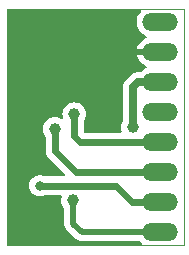
<source format=gbr>
%TF.GenerationSoftware,KiCad,Pcbnew,7.0.1*%
%TF.CreationDate,2023-08-30T00:37:42-03:00*%
%TF.ProjectId,PCB-MPU-9150,5043422d-4d50-4552-9d39-3135302e6b69,rev?*%
%TF.SameCoordinates,Original*%
%TF.FileFunction,Copper,L2,Bot*%
%TF.FilePolarity,Positive*%
%FSLAX46Y46*%
G04 Gerber Fmt 4.6, Leading zero omitted, Abs format (unit mm)*
G04 Created by KiCad (PCBNEW 7.0.1) date 2023-08-30 00:37:42*
%MOMM*%
%LPD*%
G01*
G04 APERTURE LIST*
%TA.AperFunction,ComponentPad*%
%ADD10O,3.016000X1.508000*%
%TD*%
%TA.AperFunction,ViaPad*%
%ADD11C,1.000000*%
%TD*%
%TA.AperFunction,ViaPad*%
%ADD12C,0.800000*%
%TD*%
%TA.AperFunction,Conductor*%
%ADD13C,0.700000*%
%TD*%
%TA.AperFunction,Conductor*%
%ADD14C,0.600000*%
%TD*%
%TA.AperFunction,Conductor*%
%ADD15C,0.500000*%
%TD*%
%TA.AperFunction,Profile*%
%ADD16C,0.100000*%
%TD*%
G04 APERTURE END LIST*
D10*
%TO.P,P1,1,P1*%
%TO.N,VCC*%
X167895238Y-41090000D03*
%TO.P,P1,2,P2*%
%TO.N,GND*%
X167895238Y-43630000D03*
%TO.P,P1,3,P3*%
%TO.N,/SCL*%
X167895238Y-46170000D03*
%TO.P,P1,4,P4*%
%TO.N,/SDA*%
X167895238Y-48710000D03*
%TO.P,P1,5,P5*%
%TO.N,/XDA*%
X167895238Y-51250000D03*
%TO.P,P1,6,P6*%
%TO.N,/XCL*%
X167895238Y-53790000D03*
%TO.P,P1,7,P7*%
%TO.N,/AD0*%
X167895238Y-56330000D03*
%TO.P,P1,8,P8*%
%TO.N,/INT*%
X167895238Y-58870000D03*
%TD*%
D11*
%TO.N,/SCL*%
X165575238Y-50000000D03*
%TO.N,/XDA*%
X160605238Y-48890000D03*
%TO.N,/XCL*%
X158975238Y-50150000D03*
%TO.N,/INT*%
X160500000Y-56200000D03*
D12*
%TO.N,/AD0*%
X157700000Y-54950000D03*
%TD*%
D13*
%TO.N,/SCL*%
X165575238Y-46624762D02*
X166030000Y-46170000D01*
X166030000Y-46170000D02*
X167895238Y-46170000D01*
X165575238Y-50000000D02*
X165575238Y-46624762D01*
D14*
%TO.N,/XDA*%
X160605238Y-50755238D02*
X161100000Y-51250000D01*
X160605238Y-48890000D02*
X160605238Y-50755238D01*
X161100000Y-51250000D02*
X167895238Y-51250000D01*
%TO.N,/XCL*%
X158975238Y-50150000D02*
X158975238Y-51975238D01*
X158975238Y-51975238D02*
X160790000Y-53790000D01*
X160790000Y-53790000D02*
X167895238Y-53790000D01*
D15*
%TO.N,/INT*%
X161220000Y-58870000D02*
X167895238Y-58870000D01*
X160500000Y-56200000D02*
X160500000Y-58150000D01*
X160500000Y-58150000D02*
X161220000Y-58870000D01*
D14*
%TO.N,/AD0*%
X157700000Y-54950000D02*
X164100000Y-54950000D01*
X164100000Y-54950000D02*
X165480000Y-56330000D01*
X165480000Y-56330000D02*
X167895238Y-56330000D01*
%TD*%
%TA.AperFunction,Conductor*%
%TO.N,GND*%
G36*
X166212968Y-40013764D02*
G01*
X166256830Y-40050717D01*
X166279371Y-40103455D01*
X166275770Y-40160695D01*
X166246798Y-40210189D01*
X166166686Y-40293979D01*
X166156463Y-40304673D01*
X166032064Y-40493130D01*
X165943314Y-40700769D01*
X165893066Y-40920924D01*
X165882934Y-41146508D01*
X165913247Y-41370282D01*
X165983026Y-41585041D01*
X166090034Y-41783895D01*
X166230825Y-41960440D01*
X166230827Y-41960442D01*
X166400881Y-42109014D01*
X166400883Y-42109015D01*
X166594731Y-42224834D01*
X166645816Y-42244007D01*
X166693396Y-42276031D01*
X166721476Y-42326040D01*
X166724049Y-42383335D01*
X166700564Y-42435660D01*
X166656047Y-42471820D01*
X166495462Y-42549153D01*
X166312845Y-42681833D01*
X166156857Y-42844982D01*
X166032506Y-43033368D01*
X165943791Y-43240924D01*
X165912049Y-43379999D01*
X165912050Y-43380000D01*
X168021238Y-43380000D01*
X168083238Y-43396613D01*
X168128625Y-43442000D01*
X168145238Y-43504000D01*
X168145238Y-43756000D01*
X168128625Y-43818000D01*
X168083238Y-43863387D01*
X168021238Y-43880000D01*
X165909649Y-43880000D01*
X165913735Y-43910166D01*
X165983488Y-44124844D01*
X166090453Y-44323616D01*
X166231190Y-44500097D01*
X166401172Y-44648605D01*
X166594950Y-44764383D01*
X166645791Y-44783464D01*
X166693370Y-44815488D01*
X166721450Y-44865497D01*
X166724024Y-44922792D01*
X166700540Y-44975117D01*
X166656022Y-45011277D01*
X166495203Y-45088723D01*
X166312516Y-45221453D01*
X166255400Y-45281192D01*
X166214509Y-45309522D01*
X166165774Y-45319500D01*
X166069606Y-45319500D01*
X166059543Y-45319091D01*
X166043904Y-45317817D01*
X166006833Y-45314799D01*
X166006832Y-45314799D01*
X165928264Y-45325502D01*
X165924936Y-45325910D01*
X165860508Y-45332917D01*
X165846090Y-45334486D01*
X165846089Y-45334486D01*
X165845972Y-45334499D01*
X165823636Y-45339734D01*
X165749105Y-45367114D01*
X165745942Y-45368228D01*
X165670667Y-45393592D01*
X165649978Y-45403507D01*
X165583026Y-45446300D01*
X165580176Y-45448067D01*
X165512169Y-45488986D01*
X165494096Y-45503115D01*
X165437959Y-45559251D01*
X165435556Y-45561589D01*
X165377875Y-45616229D01*
X165363094Y-45634115D01*
X165001848Y-45995361D01*
X164994446Y-46002186D01*
X164954136Y-46036426D01*
X164906160Y-46099535D01*
X164904097Y-46102174D01*
X164854324Y-46164097D01*
X164842236Y-46183586D01*
X164808882Y-46255678D01*
X164807432Y-46258703D01*
X164772146Y-46329852D01*
X164764531Y-46351481D01*
X164747457Y-46429045D01*
X164746691Y-46432311D01*
X164727527Y-46509372D01*
X164724738Y-46532152D01*
X164724738Y-46611535D01*
X164724693Y-46614892D01*
X164722541Y-46694313D01*
X164724738Y-46717412D01*
X164724738Y-49437698D01*
X164710096Y-49496151D01*
X164646423Y-49615273D01*
X164589214Y-49803866D01*
X164569897Y-50000000D01*
X164589214Y-50196133D01*
X164617538Y-50289504D01*
X164621052Y-50346699D01*
X164598476Y-50399367D01*
X164554630Y-50436260D01*
X164498878Y-50449500D01*
X161529738Y-50449500D01*
X161467738Y-50432887D01*
X161422351Y-50387500D01*
X161405738Y-50325500D01*
X161405738Y-49536053D01*
X161412987Y-49494279D01*
X161433885Y-49457388D01*
X161434243Y-49456951D01*
X161441148Y-49448538D01*
X161534052Y-49274727D01*
X161591262Y-49086132D01*
X161610579Y-48890000D01*
X161591262Y-48693868D01*
X161534052Y-48505273D01*
X161441148Y-48331462D01*
X161316121Y-48179117D01*
X161163776Y-48054090D01*
X161141329Y-48042091D01*
X160989964Y-47961185D01*
X160801371Y-47903976D01*
X160605238Y-47884659D01*
X160409104Y-47903976D01*
X160220511Y-47961185D01*
X160046701Y-48054089D01*
X159894355Y-48179117D01*
X159769327Y-48331463D01*
X159676423Y-48505273D01*
X159619214Y-48693866D01*
X159599897Y-48889999D01*
X159619213Y-49086131D01*
X159631380Y-49126238D01*
X159634788Y-49184032D01*
X159611587Y-49237074D01*
X159566834Y-49273802D01*
X159510284Y-49286209D01*
X159454266Y-49271591D01*
X159359964Y-49221185D01*
X159171371Y-49163976D01*
X158975238Y-49144659D01*
X158779104Y-49163976D01*
X158590511Y-49221185D01*
X158416701Y-49314089D01*
X158264355Y-49439117D01*
X158139327Y-49591463D01*
X158046423Y-49765273D01*
X157989214Y-49953866D01*
X157969897Y-50150000D01*
X157989214Y-50346133D01*
X158046423Y-50534726D01*
X158139327Y-50708537D01*
X158146591Y-50717388D01*
X158167489Y-50754279D01*
X158174738Y-50796053D01*
X158174738Y-52065434D01*
X158183255Y-52102756D01*
X158185583Y-52116457D01*
X158189869Y-52154490D01*
X158202510Y-52190618D01*
X158206357Y-52203974D01*
X158214876Y-52241296D01*
X158231488Y-52275791D01*
X158236808Y-52288636D01*
X158249447Y-52324758D01*
X158260008Y-52341565D01*
X158269814Y-52357171D01*
X158276536Y-52369333D01*
X158293146Y-52403824D01*
X158317010Y-52433748D01*
X158325056Y-52445088D01*
X158345422Y-52477500D01*
X159805741Y-53937819D01*
X159835991Y-53987182D01*
X159840533Y-54044898D01*
X159818378Y-54098385D01*
X159774355Y-54135985D01*
X159718060Y-54149500D01*
X158142367Y-54149500D01*
X158091931Y-54138779D01*
X157979802Y-54088855D01*
X157794648Y-54049500D01*
X157794646Y-54049500D01*
X157605354Y-54049500D01*
X157605352Y-54049500D01*
X157420197Y-54088855D01*
X157247269Y-54165848D01*
X157094129Y-54277110D01*
X156967466Y-54417783D01*
X156872820Y-54581715D01*
X156814326Y-54761742D01*
X156794540Y-54949999D01*
X156814326Y-55138257D01*
X156872820Y-55318284D01*
X156967466Y-55482216D01*
X157094129Y-55622889D01*
X157247269Y-55734151D01*
X157420197Y-55811144D01*
X157605352Y-55850500D01*
X157605354Y-55850500D01*
X157794646Y-55850500D01*
X157794648Y-55850500D01*
X157960377Y-55815273D01*
X157979803Y-55811144D01*
X158091930Y-55761221D01*
X158142367Y-55750500D01*
X159423640Y-55750500D01*
X159479392Y-55763740D01*
X159523238Y-55800633D01*
X159545814Y-55853301D01*
X159542300Y-55910496D01*
X159513976Y-56003866D01*
X159494659Y-56199999D01*
X159513976Y-56396133D01*
X159571185Y-56584726D01*
X159664089Y-56758537D01*
X159721353Y-56828313D01*
X159742251Y-56865204D01*
X159749500Y-56906978D01*
X159749500Y-58086294D01*
X159748191Y-58104264D01*
X159744711Y-58128023D01*
X159749028Y-58177369D01*
X159749500Y-58188176D01*
X159749500Y-58193708D01*
X159753098Y-58224496D01*
X159753464Y-58228081D01*
X159760110Y-58304041D01*
X159764329Y-58323071D01*
X159764758Y-58324251D01*
X159764759Y-58324255D01*
X159790413Y-58394742D01*
X159791582Y-58398107D01*
X159815580Y-58470524D01*
X159824075Y-58488072D01*
X159865979Y-58551784D01*
X159867889Y-58554782D01*
X159907288Y-58618656D01*
X159907952Y-58619732D01*
X159920253Y-58634830D01*
X159921168Y-58635693D01*
X159921170Y-58635696D01*
X159975708Y-58687150D01*
X159978295Y-58689663D01*
X160644269Y-59355637D01*
X160656051Y-59369270D01*
X160670389Y-59388529D01*
X160708337Y-59420372D01*
X160716311Y-59427680D01*
X160720221Y-59431590D01*
X160744537Y-59450816D01*
X160747336Y-59453096D01*
X160805752Y-59502113D01*
X160822179Y-59512578D01*
X160891320Y-59544819D01*
X160894567Y-59546391D01*
X160962699Y-59580609D01*
X160981087Y-59587000D01*
X160982323Y-59587255D01*
X160982327Y-59587257D01*
X161055895Y-59602447D01*
X161059242Y-59603189D01*
X161132279Y-59620500D01*
X161132281Y-59620500D01*
X161133509Y-59620791D01*
X161152878Y-59622770D01*
X161154140Y-59622733D01*
X161154144Y-59622734D01*
X161226533Y-59620627D01*
X161229131Y-59620552D01*
X161232737Y-59620500D01*
X166075461Y-59620500D01*
X166129263Y-59632780D01*
X166172408Y-59667187D01*
X166230827Y-59740442D01*
X166278530Y-59782119D01*
X166312643Y-59830889D01*
X166320103Y-59889936D01*
X166299190Y-59945658D01*
X166254723Y-59985217D01*
X166196946Y-59999500D01*
X155124000Y-59999500D01*
X155062000Y-59982887D01*
X155016613Y-59937500D01*
X155000000Y-59875500D01*
X155000000Y-40124500D01*
X155016613Y-40062500D01*
X155062000Y-40017113D01*
X155124000Y-40000500D01*
X166157170Y-40000500D01*
X166212968Y-40013764D01*
G37*
%TD.AperFunction*%
%TD*%
D16*
X154885238Y-60000000D02*
X154885238Y-40000000D01*
X169885238Y-60000000D02*
X169885238Y-40000000D01*
X154885238Y-54825000D02*
X154885238Y-45175000D01*
X154885238Y-40000000D02*
X169885238Y-40000000D01*
X154885238Y-60000000D02*
X169885238Y-60000000D01*
M02*

</source>
